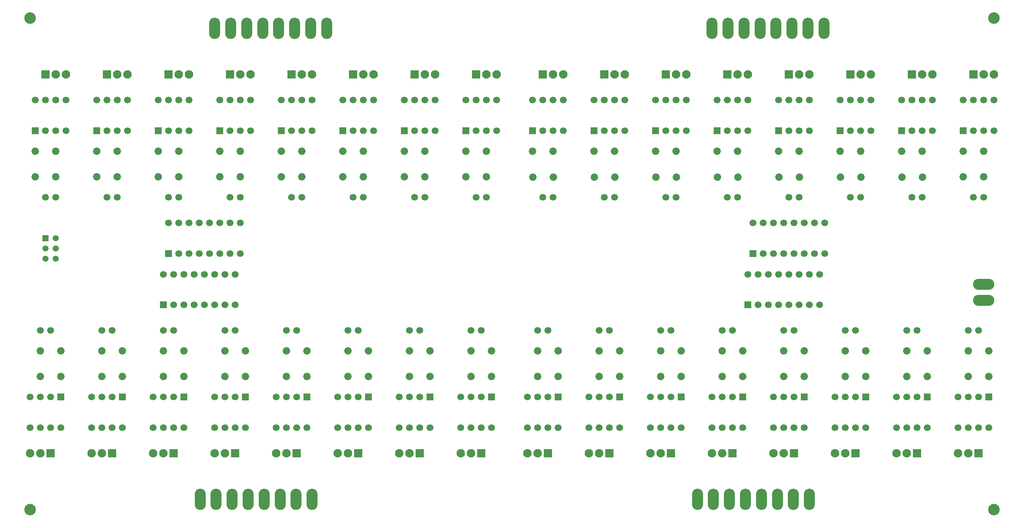
<source format=gbs>
G04 DipTrace 2.4.0.2*
%INBottomMask.gbr*%
%MOIN*%
%ADD19R,0.0591X0.0591*%
%ADD20C,0.0591*%
%ADD24C,0.112*%
%ADD31C,0.0827*%
%ADD32C,0.0669*%
%ADD33R,0.0827X0.0827*%
%ADD34R,0.0669X0.0669*%
%ADD35O,0.2079X0.1079*%
%ADD39O,0.1079X0.2079*%
%ADD41C,0.0728*%
%FSLAX44Y44*%
G04*
G70*
G90*
G75*
G01*
%LNBotMask*%
%LPD*%
D41*
X5937Y40437D3*
X7937D3*
X5937Y37937D3*
X7937D3*
X11937Y40437D3*
X13937D3*
X11937Y37937D3*
X13937D3*
X17937Y40437D3*
X19937D3*
X17937Y37937D3*
X19937D3*
X23937Y40437D3*
X25937D3*
X23937Y37937D3*
X25937D3*
X29937Y40437D3*
X31937D3*
X29937Y37937D3*
X31937D3*
X35937Y40437D3*
X37937D3*
X35937Y37937D3*
X37937D3*
X41937Y40437D3*
X43937D3*
X41937Y37937D3*
X43937D3*
X47937Y40437D3*
X49937D3*
X47937Y37937D3*
X49937D3*
X54437Y40437D3*
X56437D3*
X54474Y37900D3*
X56474D3*
X60437Y40437D3*
X62437D3*
X60474Y37900D3*
X62474D3*
X66437Y40437D3*
X68437D3*
X66474Y37900D3*
X68474D3*
X72437Y40437D3*
X74437D3*
X72474Y37900D3*
X74474D3*
X78437Y40437D3*
X80437D3*
X78474Y37900D3*
X80474D3*
X84437Y40437D3*
X86437D3*
X84474Y37900D3*
X86474D3*
X90437Y40437D3*
X92437D3*
X90474Y37900D3*
X92474D3*
X96437Y40437D3*
X98437D3*
X96437Y37937D3*
X98437D3*
X56937Y18437D3*
X54937D3*
X56937Y20937D3*
X54937D3*
X62937Y18437D3*
X60937D3*
X62937Y20937D3*
X60937D3*
X68937Y18437D3*
X66937D3*
X68937Y20937D3*
X66937D3*
X74937Y18437D3*
X72937D3*
X74937Y20937D3*
X72937D3*
X80937Y18437D3*
X78937D3*
X80937Y20937D3*
X78937D3*
X86937Y18437D3*
X84937D3*
X86937Y20937D3*
X84937D3*
X92937Y18437D3*
X90937D3*
X92937Y20937D3*
X90937D3*
X98937Y18437D3*
X96937D3*
X98937Y20937D3*
X96937D3*
X8437Y18437D3*
X6437D3*
X8437Y20937D3*
X6437D3*
X14437Y18437D3*
X12437D3*
X14437Y20937D3*
X12437D3*
X20437Y18437D3*
X18437D3*
X20437Y20937D3*
X18437D3*
X26437Y18437D3*
X24437D3*
X26437Y20937D3*
X24437D3*
X32437Y18437D3*
X30437D3*
X32437Y20937D3*
X30437D3*
X38437Y18437D3*
X36437D3*
X38437Y20937D3*
X36437D3*
X44437Y18437D3*
X42437D3*
X44437Y20937D3*
X42437D3*
X50437Y18437D3*
X48437D3*
X50437Y20937D3*
X48437D3*
D24*
X5437Y53437D3*
Y5437D3*
X99437Y53437D3*
Y5437D3*
D39*
X23437Y52437D3*
X24997D3*
X26557D3*
X28117D3*
X29677D3*
X31237D3*
X32797D3*
X34357D3*
X71937D3*
X73497D3*
X75057D3*
X76617D3*
X78177D3*
X79737D3*
X81297D3*
X82857D3*
X81437Y6437D3*
X79877D3*
X78317D3*
X76757D3*
X75197D3*
X73637D3*
X72077D3*
X70517D3*
X32937D3*
X31377D3*
X29817D3*
X28257D3*
X26697D3*
X25137D3*
X23577D3*
X22017D3*
D19*
X6937Y31937D3*
D20*
X7937D3*
X6937Y30937D3*
X7937D3*
X6937Y29937D3*
X7937D3*
D35*
X98437Y27437D3*
Y25877D3*
D33*
X6937Y47937D3*
D31*
X7937D3*
X8937D3*
D33*
X12937D3*
D31*
X13937D3*
X14937D3*
D33*
X18937D3*
D31*
X19937D3*
X20937D3*
D33*
X24937D3*
D31*
X25937D3*
X26937D3*
D33*
X30937D3*
D31*
X31937D3*
X32937D3*
D33*
X36937D3*
D31*
X37937D3*
X38937D3*
D33*
X42937D3*
D31*
X43937D3*
X44937D3*
D33*
X48937D3*
D31*
X49937D3*
X50937D3*
D33*
X55437D3*
D31*
X56437D3*
X57437D3*
D33*
X61437D3*
D31*
X62437D3*
X63437D3*
D33*
X67437D3*
D31*
X68437D3*
X69437D3*
D33*
X73437D3*
D31*
X74437D3*
X75437D3*
D33*
X79437D3*
D31*
X80437D3*
X81437D3*
D33*
X85437D3*
D31*
X86437D3*
X87437D3*
D33*
X91437D3*
D31*
X92437D3*
X93437D3*
D33*
X97437D3*
D31*
X98437D3*
X99437D3*
D33*
X97937Y10937D3*
D31*
X96937D3*
X95937D3*
D33*
X91937D3*
D31*
X90937D3*
X89937D3*
D33*
X85937D3*
D31*
X84937D3*
X83937D3*
D33*
X79937D3*
D31*
X78937D3*
X77937D3*
D33*
X73937D3*
D31*
X72937D3*
X71937D3*
D33*
X67937D3*
D31*
X66937D3*
X65937D3*
D33*
X61937D3*
D31*
X60937D3*
X59937D3*
D33*
X55937D3*
D31*
X54937D3*
X53937D3*
D33*
X49437D3*
D31*
X48437D3*
X47437D3*
D33*
X43437D3*
D31*
X42437D3*
X41437D3*
D33*
X37437D3*
D31*
X36437D3*
X35437D3*
D33*
X31437D3*
D31*
X30437D3*
X29437D3*
D33*
X25437D3*
D31*
X24437D3*
X23437D3*
D33*
X19437D3*
D31*
X18437D3*
X17437D3*
D33*
X13437D3*
D31*
X12437D3*
X11437D3*
D33*
X7437D3*
D31*
X6437D3*
X5437D3*
D32*
X6937Y35937D3*
X7937D3*
X12937D3*
X13937D3*
X18937D3*
X19937D3*
X24937D3*
X25937D3*
X30937D3*
X31937D3*
X36937D3*
X37937D3*
X42937D3*
X43937D3*
X48937D3*
X49937D3*
X55437D3*
X56437D3*
X61437D3*
X62437D3*
X67437D3*
X68437D3*
X73437D3*
X74437D3*
X79437D3*
X80437D3*
X85437D3*
X86437D3*
X91437D3*
X92437D3*
X97437D3*
X98437D3*
X97937Y22937D3*
X96937D3*
X91937D3*
X90937D3*
X85937D3*
X84937D3*
X79937D3*
X78937D3*
X73937D3*
X72937D3*
X67937D3*
X66937D3*
X61937D3*
X60937D3*
X55937D3*
X54937D3*
X49437D3*
X48437D3*
X43437D3*
X42437D3*
X37437D3*
X36437D3*
X31437D3*
X30437D3*
X25437D3*
X24437D3*
X19437D3*
X18437D3*
X13437D3*
X12437D3*
X7437D3*
X6437D3*
D34*
X5937Y42437D3*
D32*
X6937D3*
X7937D3*
X8937D3*
Y45437D3*
X7937D3*
X6937D3*
X5937D3*
D34*
X11937Y42437D3*
D32*
X12937D3*
X13937D3*
X14937D3*
Y45437D3*
X13937D3*
X12937D3*
X11937D3*
D34*
X17937Y42437D3*
D32*
X18937D3*
X19937D3*
X20937D3*
Y45437D3*
X19937D3*
X18937D3*
X17937D3*
D34*
X23937Y42437D3*
D32*
X24937D3*
X25937D3*
X26937D3*
Y45437D3*
X25937D3*
X24937D3*
X23937D3*
D34*
X29937Y42437D3*
D32*
X30937D3*
X31937D3*
X32937D3*
Y45437D3*
X31937D3*
X30937D3*
X29937D3*
D34*
X35937Y42437D3*
D32*
X36937D3*
X37937D3*
X38937D3*
Y45437D3*
X37937D3*
X36937D3*
X35937D3*
D34*
X41937Y42437D3*
D32*
X42937D3*
X43937D3*
X44937D3*
Y45437D3*
X43937D3*
X42937D3*
X41937D3*
D34*
X47937Y42437D3*
D32*
X48937D3*
X49937D3*
X50937D3*
Y45437D3*
X49937D3*
X48937D3*
X47937D3*
D34*
X18937Y30445D3*
D32*
X19937D3*
X20937D3*
X21937D3*
X22937D3*
X23937D3*
X24937D3*
X25937D3*
Y33437D3*
X24937D3*
X23937D3*
X22937D3*
X21937D3*
X20937D3*
X19937D3*
X18937D3*
D34*
X54437Y42437D3*
D32*
X55437D3*
X56437D3*
X57437D3*
Y45437D3*
X56437D3*
X55437D3*
X54437D3*
D34*
X60437Y42437D3*
D32*
X61437D3*
X62437D3*
X63437D3*
Y45437D3*
X62437D3*
X61437D3*
X60437D3*
D34*
X66437Y42437D3*
D32*
X67437D3*
X68437D3*
X69437D3*
Y45437D3*
X68437D3*
X67437D3*
X66437D3*
D34*
X72437Y42437D3*
D32*
X73437D3*
X74437D3*
X75437D3*
Y45437D3*
X74437D3*
X73437D3*
X72437D3*
D34*
X78437Y42437D3*
D32*
X79437D3*
X80437D3*
X81437D3*
Y45437D3*
X80437D3*
X79437D3*
X78437D3*
D34*
X84437Y42437D3*
D32*
X85437D3*
X86437D3*
X87437D3*
Y45437D3*
X86437D3*
X85437D3*
X84437D3*
D34*
X90437Y42437D3*
D32*
X91437D3*
X92437D3*
X93437D3*
Y45437D3*
X92437D3*
X91437D3*
X90437D3*
D34*
X96437Y42437D3*
D32*
X97437D3*
X98437D3*
X99437D3*
Y45437D3*
X98437D3*
X97437D3*
X96437D3*
D34*
X75937Y30445D3*
D32*
X76937D3*
X77937D3*
X78937D3*
X79937D3*
X80937D3*
X81937D3*
X82937D3*
Y33437D3*
X81937D3*
X80937D3*
X79937D3*
X78937D3*
X77937D3*
X76937D3*
X75937D3*
D34*
X98937Y16437D3*
D32*
X97937D3*
X96937D3*
X95937D3*
Y13437D3*
X96937D3*
X97937D3*
X98937D3*
D34*
X92937Y16437D3*
D32*
X91937D3*
X90937D3*
X89937D3*
Y13437D3*
X90937D3*
X91937D3*
X92937D3*
D34*
X86937Y16437D3*
D32*
X85937D3*
X84937D3*
X83937D3*
Y13437D3*
X84937D3*
X85937D3*
X86937D3*
D34*
X80937Y16437D3*
D32*
X79937D3*
X78937D3*
X77937D3*
Y13437D3*
X78937D3*
X79937D3*
X80937D3*
D34*
X74937Y16437D3*
D32*
X73937D3*
X72937D3*
X71937D3*
Y13437D3*
X72937D3*
X73937D3*
X74937D3*
D34*
X68937Y16437D3*
D32*
X67937D3*
X66937D3*
X65937D3*
Y13437D3*
X66937D3*
X67937D3*
X68937D3*
D34*
X62937Y16437D3*
D32*
X61937D3*
X60937D3*
X59937D3*
Y13437D3*
X60937D3*
X61937D3*
X62937D3*
D34*
X56937Y16437D3*
D32*
X55937D3*
X54937D3*
X53937D3*
Y13437D3*
X54937D3*
X55937D3*
X56937D3*
D34*
X75437Y25437D3*
D32*
X76437D3*
X77437D3*
X78437D3*
X79437D3*
X80437D3*
X81437D3*
X82437D3*
Y28429D3*
X81437D3*
X80437D3*
X79437D3*
X78437D3*
X77437D3*
X76437D3*
X75437D3*
D34*
X50437Y16437D3*
D32*
X49437D3*
X48437D3*
X47437D3*
Y13437D3*
X48437D3*
X49437D3*
X50437D3*
D34*
X44437Y16437D3*
D32*
X43437D3*
X42437D3*
X41437D3*
Y13437D3*
X42437D3*
X43437D3*
X44437D3*
D34*
X38437Y16437D3*
D32*
X37437D3*
X36437D3*
X35437D3*
Y13437D3*
X36437D3*
X37437D3*
X38437D3*
D34*
X32437Y16437D3*
D32*
X31437D3*
X30437D3*
X29437D3*
Y13437D3*
X30437D3*
X31437D3*
X32437D3*
D34*
X26437Y16437D3*
D32*
X25437D3*
X24437D3*
X23437D3*
Y13437D3*
X24437D3*
X25437D3*
X26437D3*
D34*
X20437Y16437D3*
D32*
X19437D3*
X18437D3*
X17437D3*
Y13437D3*
X18437D3*
X19437D3*
X20437D3*
D34*
X14437Y16437D3*
D32*
X13437D3*
X12437D3*
X11437D3*
Y13437D3*
X12437D3*
X13437D3*
X14437D3*
D34*
X8437Y16437D3*
D32*
X7437D3*
X6437D3*
X5437D3*
Y13437D3*
X6437D3*
X7437D3*
X8437D3*
D34*
X18437Y25437D3*
D32*
X19437D3*
X20437D3*
X21437D3*
X22437D3*
X23437D3*
X24437D3*
X25437D3*
Y28429D3*
X24437D3*
X23437D3*
X22437D3*
X21437D3*
X20437D3*
X19437D3*
X18437D3*
M02*

</source>
